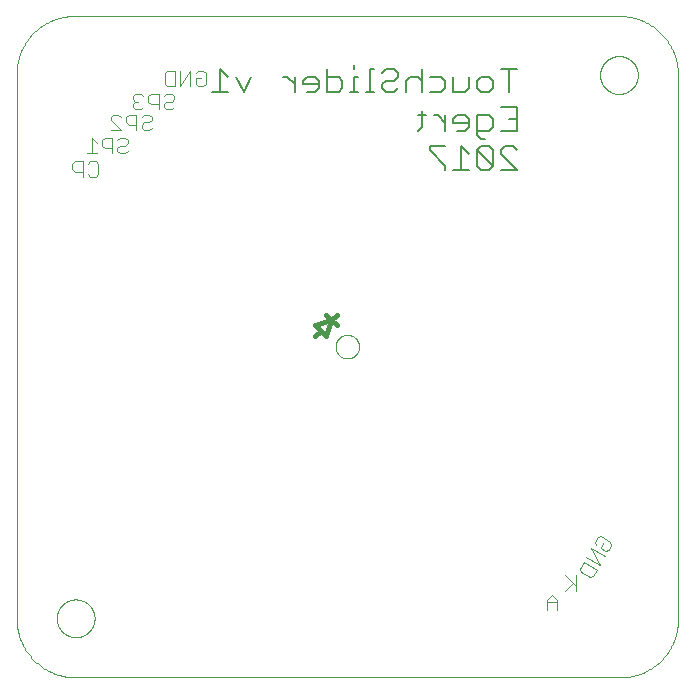
<source format=gbo>
G75*
%MOIN*%
%OFA0B0*%
%FSLAX25Y25*%
%IPPOS*%
%LPD*%
%AMOC8*
5,1,8,0,0,1.08239X$1,22.5*
%
%ADD10C,0.00039*%
%ADD11C,0.00400*%
%ADD12C,0.00700*%
%ADD13C,0.00000*%
%ADD14C,0.01600*%
D10*
X0059997Y0061910D02*
X0059997Y0243406D01*
X0060003Y0243872D01*
X0060020Y0244338D01*
X0060048Y0244803D01*
X0060087Y0245268D01*
X0060138Y0245731D01*
X0060199Y0246193D01*
X0060272Y0246654D01*
X0060356Y0247112D01*
X0060451Y0247569D01*
X0060558Y0248023D01*
X0060675Y0248474D01*
X0060802Y0248922D01*
X0060941Y0249367D01*
X0061091Y0249809D01*
X0061251Y0250247D01*
X0061421Y0250681D01*
X0061602Y0251110D01*
X0061793Y0251535D01*
X0061995Y0251956D01*
X0062207Y0252371D01*
X0062428Y0252781D01*
X0062660Y0253186D01*
X0062901Y0253585D01*
X0063152Y0253978D01*
X0063412Y0254365D01*
X0063681Y0254745D01*
X0063960Y0255119D01*
X0064247Y0255486D01*
X0064544Y0255846D01*
X0064848Y0256198D01*
X0065162Y0256543D01*
X0065483Y0256881D01*
X0065813Y0257211D01*
X0066151Y0257532D01*
X0066496Y0257846D01*
X0066848Y0258150D01*
X0067208Y0258447D01*
X0067575Y0258734D01*
X0067949Y0259013D01*
X0068329Y0259282D01*
X0068716Y0259542D01*
X0069109Y0259793D01*
X0069508Y0260034D01*
X0069913Y0260266D01*
X0070323Y0260487D01*
X0070738Y0260699D01*
X0071159Y0260901D01*
X0071584Y0261092D01*
X0072013Y0261273D01*
X0072447Y0261443D01*
X0072885Y0261603D01*
X0073327Y0261753D01*
X0073772Y0261892D01*
X0074220Y0262019D01*
X0074671Y0262136D01*
X0075125Y0262243D01*
X0075582Y0262338D01*
X0076040Y0262422D01*
X0076501Y0262495D01*
X0076963Y0262556D01*
X0077426Y0262607D01*
X0077891Y0262646D01*
X0078356Y0262674D01*
X0078822Y0262691D01*
X0079288Y0262697D01*
X0260784Y0262697D01*
X0261260Y0262691D01*
X0261735Y0262674D01*
X0262210Y0262645D01*
X0262684Y0262605D01*
X0263157Y0262553D01*
X0263628Y0262490D01*
X0264098Y0262416D01*
X0264566Y0262330D01*
X0265032Y0262233D01*
X0265495Y0262125D01*
X0265955Y0262006D01*
X0266413Y0261875D01*
X0266867Y0261734D01*
X0267318Y0261581D01*
X0267764Y0261418D01*
X0268207Y0261244D01*
X0268645Y0261059D01*
X0269079Y0260864D01*
X0269508Y0260658D01*
X0269932Y0260442D01*
X0270351Y0260216D01*
X0270764Y0259980D01*
X0271171Y0259734D01*
X0271572Y0259478D01*
X0271966Y0259212D01*
X0272355Y0258937D01*
X0272736Y0258653D01*
X0273110Y0258360D01*
X0273478Y0258058D01*
X0273838Y0257746D01*
X0274190Y0257427D01*
X0274534Y0257099D01*
X0274871Y0256762D01*
X0275199Y0256418D01*
X0275518Y0256066D01*
X0275830Y0255706D01*
X0276132Y0255338D01*
X0276425Y0254964D01*
X0276709Y0254583D01*
X0276984Y0254194D01*
X0277250Y0253800D01*
X0277506Y0253399D01*
X0277752Y0252992D01*
X0277988Y0252579D01*
X0278214Y0252160D01*
X0278430Y0251736D01*
X0278636Y0251307D01*
X0278831Y0250873D01*
X0279016Y0250435D01*
X0279190Y0249992D01*
X0279353Y0249546D01*
X0279506Y0249095D01*
X0279647Y0248641D01*
X0279778Y0248183D01*
X0279897Y0247723D01*
X0280005Y0247260D01*
X0280102Y0246794D01*
X0280188Y0246326D01*
X0280262Y0245856D01*
X0280325Y0245385D01*
X0280377Y0244912D01*
X0280417Y0244438D01*
X0280446Y0243963D01*
X0280463Y0243488D01*
X0280469Y0243012D01*
X0280469Y0061516D01*
X0280463Y0061050D01*
X0280446Y0060584D01*
X0280418Y0060119D01*
X0280379Y0059654D01*
X0280328Y0059191D01*
X0280267Y0058729D01*
X0280194Y0058268D01*
X0280110Y0057810D01*
X0280015Y0057353D01*
X0279908Y0056899D01*
X0279791Y0056448D01*
X0279664Y0056000D01*
X0279525Y0055555D01*
X0279375Y0055113D01*
X0279215Y0054675D01*
X0279045Y0054241D01*
X0278864Y0053812D01*
X0278673Y0053387D01*
X0278471Y0052966D01*
X0278259Y0052551D01*
X0278038Y0052141D01*
X0277806Y0051736D01*
X0277565Y0051337D01*
X0277314Y0050944D01*
X0277054Y0050557D01*
X0276785Y0050177D01*
X0276506Y0049803D01*
X0276219Y0049436D01*
X0275922Y0049076D01*
X0275618Y0048724D01*
X0275304Y0048379D01*
X0274983Y0048041D01*
X0274653Y0047711D01*
X0274315Y0047390D01*
X0273970Y0047076D01*
X0273618Y0046772D01*
X0273258Y0046475D01*
X0272891Y0046188D01*
X0272517Y0045909D01*
X0272137Y0045640D01*
X0271750Y0045380D01*
X0271357Y0045129D01*
X0270958Y0044888D01*
X0270553Y0044656D01*
X0270143Y0044435D01*
X0269728Y0044223D01*
X0269307Y0044021D01*
X0268882Y0043830D01*
X0268453Y0043649D01*
X0268019Y0043479D01*
X0267581Y0043319D01*
X0267139Y0043169D01*
X0266694Y0043030D01*
X0266246Y0042903D01*
X0265795Y0042786D01*
X0265341Y0042679D01*
X0264884Y0042584D01*
X0264426Y0042500D01*
X0263965Y0042427D01*
X0263503Y0042366D01*
X0263040Y0042315D01*
X0262575Y0042276D01*
X0262110Y0042248D01*
X0261644Y0042231D01*
X0261178Y0042225D01*
X0079682Y0042225D01*
X0079206Y0042231D01*
X0078731Y0042248D01*
X0078256Y0042277D01*
X0077782Y0042317D01*
X0077309Y0042369D01*
X0076838Y0042432D01*
X0076368Y0042506D01*
X0075900Y0042592D01*
X0075434Y0042689D01*
X0074971Y0042797D01*
X0074511Y0042916D01*
X0074053Y0043047D01*
X0073599Y0043188D01*
X0073148Y0043341D01*
X0072702Y0043504D01*
X0072259Y0043678D01*
X0071821Y0043863D01*
X0071387Y0044058D01*
X0070958Y0044264D01*
X0070534Y0044480D01*
X0070115Y0044706D01*
X0069702Y0044942D01*
X0069295Y0045188D01*
X0068894Y0045444D01*
X0068500Y0045710D01*
X0068111Y0045985D01*
X0067730Y0046269D01*
X0067356Y0046562D01*
X0066988Y0046864D01*
X0066628Y0047176D01*
X0066276Y0047495D01*
X0065932Y0047823D01*
X0065595Y0048160D01*
X0065267Y0048504D01*
X0064948Y0048856D01*
X0064636Y0049216D01*
X0064334Y0049584D01*
X0064041Y0049958D01*
X0063757Y0050339D01*
X0063482Y0050728D01*
X0063216Y0051122D01*
X0062960Y0051523D01*
X0062714Y0051930D01*
X0062478Y0052343D01*
X0062252Y0052762D01*
X0062036Y0053186D01*
X0061830Y0053615D01*
X0061635Y0054049D01*
X0061450Y0054487D01*
X0061276Y0054930D01*
X0061113Y0055376D01*
X0060960Y0055827D01*
X0060819Y0056281D01*
X0060688Y0056739D01*
X0060569Y0057199D01*
X0060461Y0057662D01*
X0060364Y0058128D01*
X0060278Y0058596D01*
X0060204Y0059066D01*
X0060141Y0059537D01*
X0060089Y0060010D01*
X0060049Y0060484D01*
X0060020Y0060959D01*
X0060003Y0061434D01*
X0059997Y0061910D01*
D11*
X0082042Y0209118D02*
X0082042Y0214322D01*
X0079440Y0214322D01*
X0078572Y0213455D01*
X0078572Y0211720D01*
X0079440Y0210853D01*
X0082042Y0210853D01*
X0083729Y0209985D02*
X0084596Y0209118D01*
X0086331Y0209118D01*
X0087198Y0209985D01*
X0087198Y0213455D01*
X0086331Y0214322D01*
X0084596Y0214322D01*
X0083729Y0213455D01*
X0083298Y0216913D02*
X0086767Y0216913D01*
X0085033Y0216913D02*
X0085033Y0222118D01*
X0086767Y0220383D01*
X0088454Y0221250D02*
X0089322Y0222118D01*
X0091924Y0222118D01*
X0091924Y0216913D01*
X0091924Y0218648D02*
X0089322Y0218648D01*
X0088454Y0219515D01*
X0088454Y0221250D01*
X0091329Y0224590D02*
X0094799Y0224590D01*
X0091329Y0228060D01*
X0091329Y0228927D01*
X0092197Y0229795D01*
X0093931Y0229795D01*
X0094799Y0228927D01*
X0096486Y0228927D02*
X0096486Y0227193D01*
X0097353Y0226325D01*
X0099955Y0226325D01*
X0101642Y0226325D02*
X0101642Y0225458D01*
X0102509Y0224590D01*
X0104244Y0224590D01*
X0105112Y0225458D01*
X0104244Y0227193D02*
X0102509Y0227193D01*
X0101642Y0226325D01*
X0099955Y0224590D02*
X0099955Y0229795D01*
X0097353Y0229795D01*
X0096486Y0228927D01*
X0099598Y0231559D02*
X0101333Y0231559D01*
X0102200Y0232426D01*
X0103887Y0234161D02*
X0104755Y0233294D01*
X0107357Y0233294D01*
X0109044Y0233294D02*
X0109044Y0232426D01*
X0109911Y0231559D01*
X0111646Y0231559D01*
X0112513Y0232426D01*
X0111646Y0234161D02*
X0109911Y0234161D01*
X0109044Y0233294D01*
X0107357Y0231559D02*
X0107357Y0236763D01*
X0104755Y0236763D01*
X0103887Y0235896D01*
X0103887Y0234161D01*
X0102200Y0235896D02*
X0101333Y0236763D01*
X0099598Y0236763D01*
X0098731Y0235896D01*
X0098731Y0235028D01*
X0099598Y0234161D01*
X0098731Y0233294D01*
X0098731Y0232426D01*
X0099598Y0231559D01*
X0099598Y0234161D02*
X0100466Y0234161D01*
X0102509Y0229795D02*
X0104244Y0229795D01*
X0105112Y0228927D01*
X0105112Y0228060D01*
X0104244Y0227193D01*
X0101642Y0228927D02*
X0102509Y0229795D01*
X0109044Y0235896D02*
X0109911Y0236763D01*
X0111646Y0236763D01*
X0112513Y0235896D01*
X0112513Y0235028D01*
X0111646Y0234161D01*
X0112791Y0239315D02*
X0110189Y0239315D01*
X0109321Y0240182D01*
X0109321Y0243652D01*
X0110189Y0244519D01*
X0112791Y0244519D01*
X0112791Y0239315D01*
X0114478Y0239315D02*
X0114478Y0244519D01*
X0117947Y0244519D02*
X0114478Y0239315D01*
X0117947Y0239315D02*
X0117947Y0244519D01*
X0119634Y0243652D02*
X0120502Y0244519D01*
X0122236Y0244519D01*
X0123104Y0243652D01*
X0123104Y0240182D01*
X0122236Y0239315D01*
X0120502Y0239315D01*
X0119634Y0240182D01*
X0119634Y0241917D01*
X0121369Y0241917D01*
X0097080Y0221250D02*
X0097080Y0220383D01*
X0096213Y0219515D01*
X0094478Y0219515D01*
X0093611Y0218648D01*
X0093611Y0217781D01*
X0094478Y0216913D01*
X0096213Y0216913D01*
X0097080Y0217781D01*
X0097080Y0221250D02*
X0096213Y0222118D01*
X0094478Y0222118D01*
X0093611Y0221250D01*
X0242902Y0076212D02*
X0246372Y0072742D01*
X0245504Y0073610D02*
X0242902Y0071008D01*
X0246372Y0071008D02*
X0246372Y0076212D01*
X0248065Y0077292D02*
X0247748Y0078477D01*
X0249049Y0080731D01*
X0253556Y0078128D01*
X0252255Y0075875D01*
X0251070Y0075557D01*
X0248065Y0077292D01*
X0249892Y0082191D02*
X0254400Y0079589D01*
X0251627Y0085196D01*
X0256134Y0082594D01*
X0256227Y0084489D02*
X0254724Y0085356D01*
X0255592Y0086858D01*
X0256227Y0084489D02*
X0257411Y0084806D01*
X0258279Y0086308D01*
X0257961Y0087493D01*
X0254957Y0089228D01*
X0253772Y0088911D01*
X0252904Y0087408D01*
X0253222Y0086223D01*
X0238534Y0069795D02*
X0236800Y0068060D01*
X0236800Y0064590D01*
X0236800Y0067193D02*
X0240269Y0067193D01*
X0240269Y0068060D02*
X0240269Y0064590D01*
X0240269Y0068060D02*
X0238534Y0069795D01*
D12*
X0226694Y0211433D02*
X0221423Y0211433D01*
X0218775Y0212751D02*
X0213504Y0218022D01*
X0213504Y0212751D01*
X0214822Y0211433D01*
X0217457Y0211433D01*
X0218775Y0212751D01*
X0218775Y0218022D01*
X0217457Y0219340D01*
X0214822Y0219340D01*
X0213504Y0218022D01*
X0210856Y0216704D02*
X0208221Y0219340D01*
X0208221Y0211433D01*
X0210856Y0211433D02*
X0205585Y0211433D01*
X0202938Y0211433D02*
X0202938Y0212751D01*
X0197667Y0218022D01*
X0197667Y0219340D01*
X0202938Y0219340D01*
X0202938Y0224333D02*
X0202938Y0229604D01*
X0202938Y0226969D02*
X0200302Y0229604D01*
X0198984Y0229604D01*
X0196339Y0229604D02*
X0193703Y0229604D01*
X0195021Y0230922D02*
X0195021Y0225651D01*
X0193703Y0224333D01*
X0205585Y0226969D02*
X0210856Y0226969D01*
X0210856Y0225651D02*
X0210856Y0228287D01*
X0209539Y0229604D01*
X0206903Y0229604D01*
X0205585Y0228287D01*
X0205585Y0226969D01*
X0206903Y0224333D02*
X0209539Y0224333D01*
X0210856Y0225651D01*
X0213504Y0224333D02*
X0217457Y0224333D01*
X0218775Y0225651D01*
X0218775Y0228287D01*
X0217457Y0229604D01*
X0213504Y0229604D01*
X0213504Y0223015D01*
X0214822Y0221698D01*
X0216140Y0221698D01*
X0221423Y0224333D02*
X0226694Y0224333D01*
X0226694Y0232240D01*
X0221423Y0232240D01*
X0224058Y0228287D02*
X0226694Y0228287D01*
X0225376Y0219340D02*
X0226694Y0218022D01*
X0225376Y0219340D02*
X0222741Y0219340D01*
X0221423Y0218022D01*
X0221423Y0216704D01*
X0226694Y0211433D01*
X0224058Y0237233D02*
X0224058Y0245140D01*
X0221423Y0245140D02*
X0226694Y0245140D01*
X0218775Y0241187D02*
X0218775Y0238551D01*
X0217457Y0237233D01*
X0214822Y0237233D01*
X0213504Y0238551D01*
X0213504Y0241187D01*
X0214822Y0242504D01*
X0217457Y0242504D01*
X0218775Y0241187D01*
X0210856Y0242504D02*
X0210856Y0238551D01*
X0209539Y0237233D01*
X0205585Y0237233D01*
X0205585Y0242504D01*
X0202938Y0241187D02*
X0202938Y0238551D01*
X0201620Y0237233D01*
X0197667Y0237233D01*
X0195019Y0237233D02*
X0195019Y0245140D01*
X0193701Y0242504D02*
X0191066Y0242504D01*
X0189748Y0241187D01*
X0189748Y0237233D01*
X0187100Y0238551D02*
X0185782Y0237233D01*
X0183147Y0237233D01*
X0181829Y0238551D01*
X0181829Y0239869D01*
X0183147Y0241187D01*
X0185782Y0241187D01*
X0187100Y0242504D01*
X0187100Y0243822D01*
X0185782Y0245140D01*
X0183147Y0245140D01*
X0181829Y0243822D01*
X0179181Y0245140D02*
X0177864Y0245140D01*
X0177864Y0237233D01*
X0179181Y0237233D02*
X0176546Y0237233D01*
X0173902Y0237233D02*
X0171267Y0237233D01*
X0172584Y0237233D02*
X0172584Y0242504D01*
X0173902Y0242504D01*
X0172584Y0245140D02*
X0172584Y0246458D01*
X0168623Y0241187D02*
X0167305Y0242504D01*
X0163352Y0242504D01*
X0163352Y0245140D02*
X0163352Y0237233D01*
X0167305Y0237233D01*
X0168623Y0238551D01*
X0168623Y0241187D01*
X0160704Y0241187D02*
X0160704Y0238551D01*
X0159386Y0237233D01*
X0156751Y0237233D01*
X0155433Y0239869D02*
X0160704Y0239869D01*
X0160704Y0241187D02*
X0159386Y0242504D01*
X0156751Y0242504D01*
X0155433Y0241187D01*
X0155433Y0239869D01*
X0152786Y0239869D02*
X0150150Y0242504D01*
X0148832Y0242504D01*
X0152786Y0242504D02*
X0152786Y0237233D01*
X0138268Y0242504D02*
X0135632Y0237233D01*
X0132997Y0242504D01*
X0130349Y0242504D02*
X0127713Y0245140D01*
X0127713Y0237233D01*
X0125078Y0237233D02*
X0130349Y0237233D01*
X0193701Y0242504D02*
X0195019Y0241187D01*
X0197667Y0242504D02*
X0201620Y0242504D01*
X0202938Y0241187D01*
D13*
X0254485Y0243012D02*
X0254487Y0243170D01*
X0254493Y0243328D01*
X0254503Y0243486D01*
X0254517Y0243644D01*
X0254535Y0243801D01*
X0254556Y0243958D01*
X0254582Y0244114D01*
X0254612Y0244270D01*
X0254645Y0244425D01*
X0254683Y0244578D01*
X0254724Y0244731D01*
X0254769Y0244883D01*
X0254818Y0245034D01*
X0254871Y0245183D01*
X0254927Y0245331D01*
X0254987Y0245477D01*
X0255051Y0245622D01*
X0255119Y0245765D01*
X0255190Y0245907D01*
X0255264Y0246047D01*
X0255342Y0246184D01*
X0255424Y0246320D01*
X0255508Y0246454D01*
X0255597Y0246585D01*
X0255688Y0246714D01*
X0255783Y0246841D01*
X0255880Y0246966D01*
X0255981Y0247088D01*
X0256085Y0247207D01*
X0256192Y0247324D01*
X0256302Y0247438D01*
X0256415Y0247549D01*
X0256530Y0247658D01*
X0256648Y0247763D01*
X0256769Y0247865D01*
X0256892Y0247965D01*
X0257018Y0248061D01*
X0257146Y0248154D01*
X0257276Y0248244D01*
X0257409Y0248330D01*
X0257544Y0248414D01*
X0257680Y0248493D01*
X0257819Y0248570D01*
X0257960Y0248642D01*
X0258102Y0248712D01*
X0258246Y0248777D01*
X0258392Y0248839D01*
X0258539Y0248897D01*
X0258688Y0248952D01*
X0258838Y0249003D01*
X0258989Y0249050D01*
X0259141Y0249093D01*
X0259294Y0249132D01*
X0259449Y0249168D01*
X0259604Y0249199D01*
X0259760Y0249227D01*
X0259916Y0249251D01*
X0260073Y0249271D01*
X0260231Y0249287D01*
X0260388Y0249299D01*
X0260547Y0249307D01*
X0260705Y0249311D01*
X0260863Y0249311D01*
X0261021Y0249307D01*
X0261180Y0249299D01*
X0261337Y0249287D01*
X0261495Y0249271D01*
X0261652Y0249251D01*
X0261808Y0249227D01*
X0261964Y0249199D01*
X0262119Y0249168D01*
X0262274Y0249132D01*
X0262427Y0249093D01*
X0262579Y0249050D01*
X0262730Y0249003D01*
X0262880Y0248952D01*
X0263029Y0248897D01*
X0263176Y0248839D01*
X0263322Y0248777D01*
X0263466Y0248712D01*
X0263608Y0248642D01*
X0263749Y0248570D01*
X0263888Y0248493D01*
X0264024Y0248414D01*
X0264159Y0248330D01*
X0264292Y0248244D01*
X0264422Y0248154D01*
X0264550Y0248061D01*
X0264676Y0247965D01*
X0264799Y0247865D01*
X0264920Y0247763D01*
X0265038Y0247658D01*
X0265153Y0247549D01*
X0265266Y0247438D01*
X0265376Y0247324D01*
X0265483Y0247207D01*
X0265587Y0247088D01*
X0265688Y0246966D01*
X0265785Y0246841D01*
X0265880Y0246714D01*
X0265971Y0246585D01*
X0266060Y0246454D01*
X0266144Y0246320D01*
X0266226Y0246184D01*
X0266304Y0246047D01*
X0266378Y0245907D01*
X0266449Y0245765D01*
X0266517Y0245622D01*
X0266581Y0245477D01*
X0266641Y0245331D01*
X0266697Y0245183D01*
X0266750Y0245034D01*
X0266799Y0244883D01*
X0266844Y0244731D01*
X0266885Y0244578D01*
X0266923Y0244425D01*
X0266956Y0244270D01*
X0266986Y0244114D01*
X0267012Y0243958D01*
X0267033Y0243801D01*
X0267051Y0243644D01*
X0267065Y0243486D01*
X0267075Y0243328D01*
X0267081Y0243170D01*
X0267083Y0243012D01*
X0267081Y0242854D01*
X0267075Y0242696D01*
X0267065Y0242538D01*
X0267051Y0242380D01*
X0267033Y0242223D01*
X0267012Y0242066D01*
X0266986Y0241910D01*
X0266956Y0241754D01*
X0266923Y0241599D01*
X0266885Y0241446D01*
X0266844Y0241293D01*
X0266799Y0241141D01*
X0266750Y0240990D01*
X0266697Y0240841D01*
X0266641Y0240693D01*
X0266581Y0240547D01*
X0266517Y0240402D01*
X0266449Y0240259D01*
X0266378Y0240117D01*
X0266304Y0239977D01*
X0266226Y0239840D01*
X0266144Y0239704D01*
X0266060Y0239570D01*
X0265971Y0239439D01*
X0265880Y0239310D01*
X0265785Y0239183D01*
X0265688Y0239058D01*
X0265587Y0238936D01*
X0265483Y0238817D01*
X0265376Y0238700D01*
X0265266Y0238586D01*
X0265153Y0238475D01*
X0265038Y0238366D01*
X0264920Y0238261D01*
X0264799Y0238159D01*
X0264676Y0238059D01*
X0264550Y0237963D01*
X0264422Y0237870D01*
X0264292Y0237780D01*
X0264159Y0237694D01*
X0264024Y0237610D01*
X0263888Y0237531D01*
X0263749Y0237454D01*
X0263608Y0237382D01*
X0263466Y0237312D01*
X0263322Y0237247D01*
X0263176Y0237185D01*
X0263029Y0237127D01*
X0262880Y0237072D01*
X0262730Y0237021D01*
X0262579Y0236974D01*
X0262427Y0236931D01*
X0262274Y0236892D01*
X0262119Y0236856D01*
X0261964Y0236825D01*
X0261808Y0236797D01*
X0261652Y0236773D01*
X0261495Y0236753D01*
X0261337Y0236737D01*
X0261180Y0236725D01*
X0261021Y0236717D01*
X0260863Y0236713D01*
X0260705Y0236713D01*
X0260547Y0236717D01*
X0260388Y0236725D01*
X0260231Y0236737D01*
X0260073Y0236753D01*
X0259916Y0236773D01*
X0259760Y0236797D01*
X0259604Y0236825D01*
X0259449Y0236856D01*
X0259294Y0236892D01*
X0259141Y0236931D01*
X0258989Y0236974D01*
X0258838Y0237021D01*
X0258688Y0237072D01*
X0258539Y0237127D01*
X0258392Y0237185D01*
X0258246Y0237247D01*
X0258102Y0237312D01*
X0257960Y0237382D01*
X0257819Y0237454D01*
X0257680Y0237531D01*
X0257544Y0237610D01*
X0257409Y0237694D01*
X0257276Y0237780D01*
X0257146Y0237870D01*
X0257018Y0237963D01*
X0256892Y0238059D01*
X0256769Y0238159D01*
X0256648Y0238261D01*
X0256530Y0238366D01*
X0256415Y0238475D01*
X0256302Y0238586D01*
X0256192Y0238700D01*
X0256085Y0238817D01*
X0255981Y0238936D01*
X0255880Y0239058D01*
X0255783Y0239183D01*
X0255688Y0239310D01*
X0255597Y0239439D01*
X0255508Y0239570D01*
X0255424Y0239704D01*
X0255342Y0239840D01*
X0255264Y0239977D01*
X0255190Y0240117D01*
X0255119Y0240259D01*
X0255051Y0240402D01*
X0254987Y0240547D01*
X0254927Y0240693D01*
X0254871Y0240841D01*
X0254818Y0240990D01*
X0254769Y0241141D01*
X0254724Y0241293D01*
X0254683Y0241446D01*
X0254645Y0241599D01*
X0254612Y0241754D01*
X0254582Y0241910D01*
X0254556Y0242066D01*
X0254535Y0242223D01*
X0254517Y0242380D01*
X0254503Y0242538D01*
X0254493Y0242696D01*
X0254487Y0242854D01*
X0254485Y0243012D01*
X0166296Y0152461D02*
X0166298Y0152586D01*
X0166304Y0152711D01*
X0166314Y0152835D01*
X0166328Y0152959D01*
X0166345Y0153083D01*
X0166367Y0153206D01*
X0166393Y0153328D01*
X0166422Y0153450D01*
X0166455Y0153570D01*
X0166493Y0153689D01*
X0166533Y0153808D01*
X0166578Y0153924D01*
X0166626Y0154039D01*
X0166678Y0154153D01*
X0166734Y0154265D01*
X0166793Y0154375D01*
X0166855Y0154483D01*
X0166921Y0154590D01*
X0166990Y0154694D01*
X0167063Y0154795D01*
X0167138Y0154895D01*
X0167217Y0154992D01*
X0167299Y0155086D01*
X0167384Y0155178D01*
X0167471Y0155267D01*
X0167562Y0155353D01*
X0167655Y0155436D01*
X0167751Y0155517D01*
X0167849Y0155594D01*
X0167949Y0155668D01*
X0168052Y0155739D01*
X0168157Y0155806D01*
X0168265Y0155871D01*
X0168374Y0155931D01*
X0168485Y0155989D01*
X0168598Y0156042D01*
X0168712Y0156092D01*
X0168828Y0156139D01*
X0168945Y0156181D01*
X0169064Y0156220D01*
X0169184Y0156256D01*
X0169305Y0156287D01*
X0169427Y0156315D01*
X0169549Y0156338D01*
X0169673Y0156358D01*
X0169797Y0156374D01*
X0169921Y0156386D01*
X0170046Y0156394D01*
X0170171Y0156398D01*
X0170295Y0156398D01*
X0170420Y0156394D01*
X0170545Y0156386D01*
X0170669Y0156374D01*
X0170793Y0156358D01*
X0170917Y0156338D01*
X0171039Y0156315D01*
X0171161Y0156287D01*
X0171282Y0156256D01*
X0171402Y0156220D01*
X0171521Y0156181D01*
X0171638Y0156139D01*
X0171754Y0156092D01*
X0171868Y0156042D01*
X0171981Y0155989D01*
X0172092Y0155931D01*
X0172202Y0155871D01*
X0172309Y0155806D01*
X0172414Y0155739D01*
X0172517Y0155668D01*
X0172617Y0155594D01*
X0172715Y0155517D01*
X0172811Y0155436D01*
X0172904Y0155353D01*
X0172995Y0155267D01*
X0173082Y0155178D01*
X0173167Y0155086D01*
X0173249Y0154992D01*
X0173328Y0154895D01*
X0173403Y0154795D01*
X0173476Y0154694D01*
X0173545Y0154590D01*
X0173611Y0154483D01*
X0173673Y0154375D01*
X0173732Y0154265D01*
X0173788Y0154153D01*
X0173840Y0154039D01*
X0173888Y0153924D01*
X0173933Y0153808D01*
X0173973Y0153689D01*
X0174011Y0153570D01*
X0174044Y0153450D01*
X0174073Y0153328D01*
X0174099Y0153206D01*
X0174121Y0153083D01*
X0174138Y0152959D01*
X0174152Y0152835D01*
X0174162Y0152711D01*
X0174168Y0152586D01*
X0174170Y0152461D01*
X0174168Y0152336D01*
X0174162Y0152211D01*
X0174152Y0152087D01*
X0174138Y0151963D01*
X0174121Y0151839D01*
X0174099Y0151716D01*
X0174073Y0151594D01*
X0174044Y0151472D01*
X0174011Y0151352D01*
X0173973Y0151233D01*
X0173933Y0151114D01*
X0173888Y0150998D01*
X0173840Y0150883D01*
X0173788Y0150769D01*
X0173732Y0150657D01*
X0173673Y0150547D01*
X0173611Y0150439D01*
X0173545Y0150332D01*
X0173476Y0150228D01*
X0173403Y0150127D01*
X0173328Y0150027D01*
X0173249Y0149930D01*
X0173167Y0149836D01*
X0173082Y0149744D01*
X0172995Y0149655D01*
X0172904Y0149569D01*
X0172811Y0149486D01*
X0172715Y0149405D01*
X0172617Y0149328D01*
X0172517Y0149254D01*
X0172414Y0149183D01*
X0172309Y0149116D01*
X0172201Y0149051D01*
X0172092Y0148991D01*
X0171981Y0148933D01*
X0171868Y0148880D01*
X0171754Y0148830D01*
X0171638Y0148783D01*
X0171521Y0148741D01*
X0171402Y0148702D01*
X0171282Y0148666D01*
X0171161Y0148635D01*
X0171039Y0148607D01*
X0170917Y0148584D01*
X0170793Y0148564D01*
X0170669Y0148548D01*
X0170545Y0148536D01*
X0170420Y0148528D01*
X0170295Y0148524D01*
X0170171Y0148524D01*
X0170046Y0148528D01*
X0169921Y0148536D01*
X0169797Y0148548D01*
X0169673Y0148564D01*
X0169549Y0148584D01*
X0169427Y0148607D01*
X0169305Y0148635D01*
X0169184Y0148666D01*
X0169064Y0148702D01*
X0168945Y0148741D01*
X0168828Y0148783D01*
X0168712Y0148830D01*
X0168598Y0148880D01*
X0168485Y0148933D01*
X0168374Y0148991D01*
X0168264Y0149051D01*
X0168157Y0149116D01*
X0168052Y0149183D01*
X0167949Y0149254D01*
X0167849Y0149328D01*
X0167751Y0149405D01*
X0167655Y0149486D01*
X0167562Y0149569D01*
X0167471Y0149655D01*
X0167384Y0149744D01*
X0167299Y0149836D01*
X0167217Y0149930D01*
X0167138Y0150027D01*
X0167063Y0150127D01*
X0166990Y0150228D01*
X0166921Y0150332D01*
X0166855Y0150439D01*
X0166793Y0150547D01*
X0166734Y0150657D01*
X0166678Y0150769D01*
X0166626Y0150883D01*
X0166578Y0150998D01*
X0166533Y0151114D01*
X0166493Y0151233D01*
X0166455Y0151352D01*
X0166422Y0151472D01*
X0166393Y0151594D01*
X0166367Y0151716D01*
X0166345Y0151839D01*
X0166328Y0151963D01*
X0166314Y0152087D01*
X0166304Y0152211D01*
X0166298Y0152336D01*
X0166296Y0152461D01*
X0073383Y0061910D02*
X0073385Y0062068D01*
X0073391Y0062226D01*
X0073401Y0062384D01*
X0073415Y0062542D01*
X0073433Y0062699D01*
X0073454Y0062856D01*
X0073480Y0063012D01*
X0073510Y0063168D01*
X0073543Y0063323D01*
X0073581Y0063476D01*
X0073622Y0063629D01*
X0073667Y0063781D01*
X0073716Y0063932D01*
X0073769Y0064081D01*
X0073825Y0064229D01*
X0073885Y0064375D01*
X0073949Y0064520D01*
X0074017Y0064663D01*
X0074088Y0064805D01*
X0074162Y0064945D01*
X0074240Y0065082D01*
X0074322Y0065218D01*
X0074406Y0065352D01*
X0074495Y0065483D01*
X0074586Y0065612D01*
X0074681Y0065739D01*
X0074778Y0065864D01*
X0074879Y0065986D01*
X0074983Y0066105D01*
X0075090Y0066222D01*
X0075200Y0066336D01*
X0075313Y0066447D01*
X0075428Y0066556D01*
X0075546Y0066661D01*
X0075667Y0066763D01*
X0075790Y0066863D01*
X0075916Y0066959D01*
X0076044Y0067052D01*
X0076174Y0067142D01*
X0076307Y0067228D01*
X0076442Y0067312D01*
X0076578Y0067391D01*
X0076717Y0067468D01*
X0076858Y0067540D01*
X0077000Y0067610D01*
X0077144Y0067675D01*
X0077290Y0067737D01*
X0077437Y0067795D01*
X0077586Y0067850D01*
X0077736Y0067901D01*
X0077887Y0067948D01*
X0078039Y0067991D01*
X0078192Y0068030D01*
X0078347Y0068066D01*
X0078502Y0068097D01*
X0078658Y0068125D01*
X0078814Y0068149D01*
X0078971Y0068169D01*
X0079129Y0068185D01*
X0079286Y0068197D01*
X0079445Y0068205D01*
X0079603Y0068209D01*
X0079761Y0068209D01*
X0079919Y0068205D01*
X0080078Y0068197D01*
X0080235Y0068185D01*
X0080393Y0068169D01*
X0080550Y0068149D01*
X0080706Y0068125D01*
X0080862Y0068097D01*
X0081017Y0068066D01*
X0081172Y0068030D01*
X0081325Y0067991D01*
X0081477Y0067948D01*
X0081628Y0067901D01*
X0081778Y0067850D01*
X0081927Y0067795D01*
X0082074Y0067737D01*
X0082220Y0067675D01*
X0082364Y0067610D01*
X0082506Y0067540D01*
X0082647Y0067468D01*
X0082786Y0067391D01*
X0082922Y0067312D01*
X0083057Y0067228D01*
X0083190Y0067142D01*
X0083320Y0067052D01*
X0083448Y0066959D01*
X0083574Y0066863D01*
X0083697Y0066763D01*
X0083818Y0066661D01*
X0083936Y0066556D01*
X0084051Y0066447D01*
X0084164Y0066336D01*
X0084274Y0066222D01*
X0084381Y0066105D01*
X0084485Y0065986D01*
X0084586Y0065864D01*
X0084683Y0065739D01*
X0084778Y0065612D01*
X0084869Y0065483D01*
X0084958Y0065352D01*
X0085042Y0065218D01*
X0085124Y0065082D01*
X0085202Y0064945D01*
X0085276Y0064805D01*
X0085347Y0064663D01*
X0085415Y0064520D01*
X0085479Y0064375D01*
X0085539Y0064229D01*
X0085595Y0064081D01*
X0085648Y0063932D01*
X0085697Y0063781D01*
X0085742Y0063629D01*
X0085783Y0063476D01*
X0085821Y0063323D01*
X0085854Y0063168D01*
X0085884Y0063012D01*
X0085910Y0062856D01*
X0085931Y0062699D01*
X0085949Y0062542D01*
X0085963Y0062384D01*
X0085973Y0062226D01*
X0085979Y0062068D01*
X0085981Y0061910D01*
X0085979Y0061752D01*
X0085973Y0061594D01*
X0085963Y0061436D01*
X0085949Y0061278D01*
X0085931Y0061121D01*
X0085910Y0060964D01*
X0085884Y0060808D01*
X0085854Y0060652D01*
X0085821Y0060497D01*
X0085783Y0060344D01*
X0085742Y0060191D01*
X0085697Y0060039D01*
X0085648Y0059888D01*
X0085595Y0059739D01*
X0085539Y0059591D01*
X0085479Y0059445D01*
X0085415Y0059300D01*
X0085347Y0059157D01*
X0085276Y0059015D01*
X0085202Y0058875D01*
X0085124Y0058738D01*
X0085042Y0058602D01*
X0084958Y0058468D01*
X0084869Y0058337D01*
X0084778Y0058208D01*
X0084683Y0058081D01*
X0084586Y0057956D01*
X0084485Y0057834D01*
X0084381Y0057715D01*
X0084274Y0057598D01*
X0084164Y0057484D01*
X0084051Y0057373D01*
X0083936Y0057264D01*
X0083818Y0057159D01*
X0083697Y0057057D01*
X0083574Y0056957D01*
X0083448Y0056861D01*
X0083320Y0056768D01*
X0083190Y0056678D01*
X0083057Y0056592D01*
X0082922Y0056508D01*
X0082786Y0056429D01*
X0082647Y0056352D01*
X0082506Y0056280D01*
X0082364Y0056210D01*
X0082220Y0056145D01*
X0082074Y0056083D01*
X0081927Y0056025D01*
X0081778Y0055970D01*
X0081628Y0055919D01*
X0081477Y0055872D01*
X0081325Y0055829D01*
X0081172Y0055790D01*
X0081017Y0055754D01*
X0080862Y0055723D01*
X0080706Y0055695D01*
X0080550Y0055671D01*
X0080393Y0055651D01*
X0080235Y0055635D01*
X0080078Y0055623D01*
X0079919Y0055615D01*
X0079761Y0055611D01*
X0079603Y0055611D01*
X0079445Y0055615D01*
X0079286Y0055623D01*
X0079129Y0055635D01*
X0078971Y0055651D01*
X0078814Y0055671D01*
X0078658Y0055695D01*
X0078502Y0055723D01*
X0078347Y0055754D01*
X0078192Y0055790D01*
X0078039Y0055829D01*
X0077887Y0055872D01*
X0077736Y0055919D01*
X0077586Y0055970D01*
X0077437Y0056025D01*
X0077290Y0056083D01*
X0077144Y0056145D01*
X0077000Y0056210D01*
X0076858Y0056280D01*
X0076717Y0056352D01*
X0076578Y0056429D01*
X0076442Y0056508D01*
X0076307Y0056592D01*
X0076174Y0056678D01*
X0076044Y0056768D01*
X0075916Y0056861D01*
X0075790Y0056957D01*
X0075667Y0057057D01*
X0075546Y0057159D01*
X0075428Y0057264D01*
X0075313Y0057373D01*
X0075200Y0057484D01*
X0075090Y0057598D01*
X0074983Y0057715D01*
X0074879Y0057834D01*
X0074778Y0057956D01*
X0074681Y0058081D01*
X0074586Y0058208D01*
X0074495Y0058337D01*
X0074406Y0058468D01*
X0074322Y0058602D01*
X0074240Y0058738D01*
X0074162Y0058875D01*
X0074088Y0059015D01*
X0074017Y0059157D01*
X0073949Y0059300D01*
X0073885Y0059445D01*
X0073825Y0059591D01*
X0073769Y0059739D01*
X0073716Y0059888D01*
X0073667Y0060039D01*
X0073622Y0060191D01*
X0073581Y0060344D01*
X0073543Y0060497D01*
X0073510Y0060652D01*
X0073480Y0060808D01*
X0073454Y0060964D01*
X0073433Y0061121D01*
X0073415Y0061278D01*
X0073401Y0061436D01*
X0073391Y0061594D01*
X0073385Y0061752D01*
X0073383Y0061910D01*
D14*
X0159626Y0155997D02*
X0161394Y0157764D01*
X0163162Y0155997D01*
X0164930Y0161300D01*
X0166697Y0163068D01*
X0164930Y0161300D02*
X0163162Y0163068D01*
X0164930Y0161300D02*
X0166697Y0159532D01*
X0164930Y0161300D02*
X0159626Y0159532D01*
X0161394Y0157764D01*
M02*

</source>
